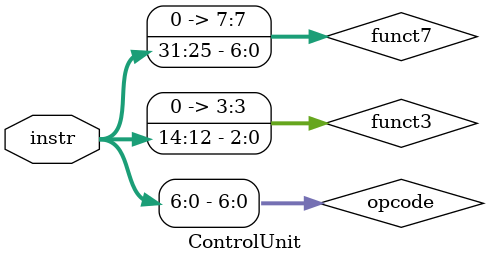
<source format=v>
module ControlUnit(
  input [31:0] instr
  );

  wire [6:0] opcode;
  wire [3:0] funct3;
  wire [7:0] funct7;

  assign opcode = instr[6:0];
  assign funct3 = instr[14:12];
  assign funct7 = instr[31:25];

  always @(*)
  begin
    case(opcode) 
      7'b011_0011: begin
      end               
      default: begin
      end  
    endcase
  end
endmodule




</source>
